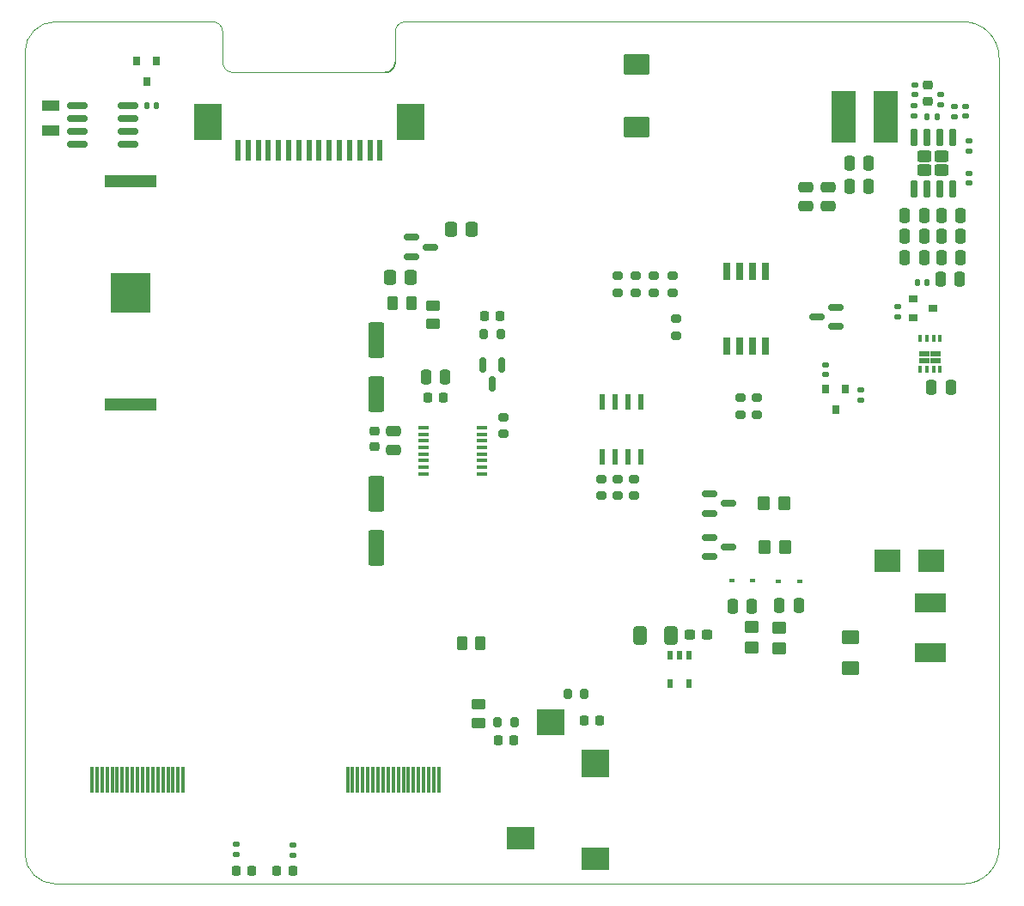
<source format=gtp>
G04 #@! TF.GenerationSoftware,KiCad,Pcbnew,(5.99.0-11120-g1d6ad4a52a)*
G04 #@! TF.CreationDate,2021-10-18T08:47:08+02:00*
G04 #@! TF.ProjectId,CarPiPowerHat,43617250-6950-46f7-9765-724861742e6b,0.2*
G04 #@! TF.SameCoordinates,Original*
G04 #@! TF.FileFunction,Paste,Top*
G04 #@! TF.FilePolarity,Positive*
%FSLAX46Y46*%
G04 Gerber Fmt 4.6, Leading zero omitted, Abs format (unit mm)*
G04 Created by KiCad (PCBNEW (5.99.0-11120-g1d6ad4a52a)) date 2021-10-18 08:47:08*
%MOMM*%
%LPD*%
G01*
G04 APERTURE LIST*
G04 Aperture macros list*
%AMRoundRect*
0 Rectangle with rounded corners*
0 $1 Rounding radius*
0 $2 $3 $4 $5 $6 $7 $8 $9 X,Y pos of 4 corners*
0 Add a 4 corners polygon primitive as box body*
4,1,4,$2,$3,$4,$5,$6,$7,$8,$9,$2,$3,0*
0 Add four circle primitives for the rounded corners*
1,1,$1+$1,$2,$3*
1,1,$1+$1,$4,$5*
1,1,$1+$1,$6,$7*
1,1,$1+$1,$8,$9*
0 Add four rect primitives between the rounded corners*
20,1,$1+$1,$2,$3,$4,$5,0*
20,1,$1+$1,$4,$5,$6,$7,0*
20,1,$1+$1,$6,$7,$8,$9,0*
20,1,$1+$1,$8,$9,$2,$3,0*%
G04 Aperture macros list end*
G04 #@! TA.AperFunction,Profile*
%ADD10C,0.100000*%
G04 #@! TD*
G04 #@! TA.AperFunction,Profile*
%ADD11C,0.150000*%
G04 #@! TD*
%ADD12RoundRect,0.135000X0.185000X-0.135000X0.185000X0.135000X-0.185000X0.135000X-0.185000X-0.135000X0*%
%ADD13RoundRect,0.200000X0.275000X-0.200000X0.275000X0.200000X-0.275000X0.200000X-0.275000X-0.200000X0*%
%ADD14R,0.600000X1.550000*%
%ADD15R,2.800000X2.600000*%
%ADD16R,2.800000X2.200000*%
%ADD17R,2.800000X2.800000*%
%ADD18R,0.600000X0.450000*%
%ADD19R,0.650000X1.700000*%
%ADD20RoundRect,0.225000X0.250000X-0.225000X0.250000X0.225000X-0.250000X0.225000X-0.250000X-0.225000X0*%
%ADD21RoundRect,0.250000X-0.262500X-0.450000X0.262500X-0.450000X0.262500X0.450000X-0.262500X0.450000X0*%
%ADD22RoundRect,0.250000X0.550000X-1.500000X0.550000X1.500000X-0.550000X1.500000X-0.550000X-1.500000X0*%
%ADD23RoundRect,0.140000X0.140000X0.170000X-0.140000X0.170000X-0.140000X-0.170000X0.140000X-0.170000X0*%
%ADD24R,0.800000X0.900000*%
%ADD25RoundRect,0.250000X0.337500X0.475000X-0.337500X0.475000X-0.337500X-0.475000X0.337500X-0.475000X0*%
%ADD26RoundRect,0.250001X0.624999X-0.462499X0.624999X0.462499X-0.624999X0.462499X-0.624999X-0.462499X0*%
%ADD27R,1.800000X1.000000*%
%ADD28RoundRect,0.140000X0.170000X-0.140000X0.170000X0.140000X-0.170000X0.140000X-0.170000X-0.140000X0*%
%ADD29R,0.600000X0.900000*%
%ADD30R,1.000000X0.400000*%
%ADD31RoundRect,0.250000X0.250000X0.475000X-0.250000X0.475000X-0.250000X-0.475000X0.250000X-0.475000X0*%
%ADD32RoundRect,0.250000X0.460000X-0.315000X0.460000X0.315000X-0.460000X0.315000X-0.460000X-0.315000X0*%
%ADD33RoundRect,0.150000X0.150000X-0.737500X0.150000X0.737500X-0.150000X0.737500X-0.150000X-0.737500X0*%
%ADD34RoundRect,0.135000X-0.185000X0.135000X-0.185000X-0.135000X0.185000X-0.135000X0.185000X0.135000X0*%
%ADD35RoundRect,0.250000X-0.250000X-0.475000X0.250000X-0.475000X0.250000X0.475000X-0.250000X0.475000X0*%
%ADD36RoundRect,0.250000X0.450000X-0.262500X0.450000X0.262500X-0.450000X0.262500X-0.450000X-0.262500X0*%
%ADD37RoundRect,0.150000X-0.587500X-0.150000X0.587500X-0.150000X0.587500X0.150000X-0.587500X0.150000X0*%
%ADD38RoundRect,0.225000X0.225000X0.250000X-0.225000X0.250000X-0.225000X-0.250000X0.225000X-0.250000X0*%
%ADD39RoundRect,0.225000X-0.225000X-0.250000X0.225000X-0.250000X0.225000X0.250000X-0.225000X0.250000X0*%
%ADD40RoundRect,0.200000X-0.275000X0.200000X-0.275000X-0.200000X0.275000X-0.200000X0.275000X0.200000X0*%
%ADD41RoundRect,0.150000X-0.825000X-0.150000X0.825000X-0.150000X0.825000X0.150000X-0.825000X0.150000X0*%
%ADD42R,5.080000X1.270000*%
%ADD43R,3.960000X3.960000*%
%ADD44RoundRect,0.250000X-0.475000X0.250000X-0.475000X-0.250000X0.475000X-0.250000X0.475000X0.250000X0*%
%ADD45RoundRect,0.140000X-0.170000X0.140000X-0.170000X-0.140000X0.170000X-0.140000X0.170000X0.140000X0*%
%ADD46R,0.900000X0.800000*%
%ADD47RoundRect,0.150000X0.587500X0.150000X-0.587500X0.150000X-0.587500X-0.150000X0.587500X-0.150000X0*%
%ADD48R,1.000000X0.600000*%
%ADD49R,0.420000X0.700000*%
%ADD50RoundRect,0.237500X-0.300000X-0.237500X0.300000X-0.237500X0.300000X0.237500X-0.300000X0.237500X0*%
%ADD51RoundRect,0.225000X-0.250000X0.225000X-0.250000X-0.225000X0.250000X-0.225000X0.250000X0.225000X0*%
%ADD52RoundRect,0.250000X-0.337500X-0.475000X0.337500X-0.475000X0.337500X0.475000X-0.337500X0.475000X0*%
%ADD53RoundRect,0.250000X-0.350000X-0.450000X0.350000X-0.450000X0.350000X0.450000X-0.350000X0.450000X0*%
%ADD54R,0.300000X2.600000*%
%ADD55RoundRect,0.250000X0.412500X0.650000X-0.412500X0.650000X-0.412500X-0.650000X0.412500X-0.650000X0*%
%ADD56RoundRect,0.250000X-0.450000X0.350000X-0.450000X-0.350000X0.450000X-0.350000X0.450000X0.350000X0*%
%ADD57RoundRect,0.140000X-0.140000X-0.170000X0.140000X-0.170000X0.140000X0.170000X-0.140000X0.170000X0*%
%ADD58RoundRect,0.218750X-0.218750X-0.256250X0.218750X-0.256250X0.218750X0.256250X-0.218750X0.256250X0*%
%ADD59R,3.150000X1.960000*%
%ADD60R,2.350000X5.100000*%
%ADD61RoundRect,0.250000X0.475000X-0.250000X0.475000X0.250000X-0.475000X0.250000X-0.475000X-0.250000X0*%
%ADD62RoundRect,0.250000X1.025000X-0.787500X1.025000X0.787500X-1.025000X0.787500X-1.025000X-0.787500X0*%
%ADD63RoundRect,0.200000X-0.200000X-0.275000X0.200000X-0.275000X0.200000X0.275000X-0.200000X0.275000X0*%
%ADD64R,2.500000X2.300000*%
%ADD65RoundRect,0.250000X-0.550000X1.500000X-0.550000X-1.500000X0.550000X-1.500000X0.550000X1.500000X0*%
%ADD66RoundRect,0.150000X-0.150000X0.587500X-0.150000X-0.587500X0.150000X-0.587500X0.150000X0.587500X0*%
%ADD67RoundRect,0.200000X0.200000X0.275000X-0.200000X0.275000X-0.200000X-0.275000X0.200000X-0.275000X0*%
%ADD68R,0.610000X2.000000*%
%ADD69R,2.680000X3.600000*%
G04 APERTURE END LIST*
D10*
X81000000Y-116500000D02*
X170500000Y-116500000D01*
X98499997Y-36500003D02*
G75*
G02*
X97500000Y-35500000I3J1000000D01*
G01*
X97500000Y-35500000D02*
X97500000Y-32500000D01*
X96500003Y-31499997D02*
G75*
G02*
X97500000Y-32500000I-3J-1000000D01*
G01*
X113500000Y-36500000D02*
X98500000Y-36500000D01*
X81000000Y-116500000D02*
G75*
G02*
X78005236Y-113500005I5236J2999995D01*
G01*
X78000000Y-34500000D02*
X78005236Y-113500005D01*
X115499997Y-31500003D02*
G75*
G03*
X114500000Y-32500000I0J-999997D01*
G01*
X96500000Y-31500000D02*
X81000000Y-31500000D01*
X173999998Y-34999998D02*
G75*
G03*
X170500000Y-31500000I-3499998J0D01*
G01*
X114500000Y-32500000D02*
X114500000Y-35500000D01*
X170500000Y-31500000D02*
X115500000Y-31500000D01*
X174000000Y-35000000D02*
X174000000Y-113000000D01*
X174000002Y-113000002D02*
G75*
G02*
X170500000Y-116500000I-3500000J2D01*
G01*
D11*
X113500000Y-36500000D02*
G75*
G03*
X114500000Y-35500000I0J1000000D01*
G01*
D10*
X78000000Y-34500000D02*
G75*
G02*
X81000000Y-31500000I3000000J0D01*
G01*
D12*
X168250035Y-39659990D03*
X168250035Y-38639990D03*
X165600035Y-40797000D03*
X165600035Y-39777000D03*
D13*
X136400000Y-78225000D03*
X136400000Y-76575000D03*
D14*
X138705000Y-69000000D03*
X137435000Y-69000000D03*
X136165000Y-69000000D03*
X134895000Y-69000000D03*
X134895000Y-74400000D03*
X136165000Y-74400000D03*
X137435000Y-74400000D03*
X138705000Y-74400000D03*
D13*
X134800000Y-78225000D03*
X134800000Y-76575000D03*
D12*
X98800035Y-113609990D03*
X98800035Y-112589990D03*
D15*
X129800035Y-100600000D03*
D16*
X126850035Y-112000000D03*
X134250035Y-114000000D03*
D17*
X134250035Y-104600000D03*
D18*
X147650035Y-86599990D03*
X149750035Y-86599990D03*
D19*
X147195035Y-63449990D03*
X148465035Y-63449990D03*
X149735035Y-63449990D03*
X151005035Y-63449990D03*
X151005035Y-56149990D03*
X149735035Y-56149990D03*
X148465035Y-56149990D03*
X147195035Y-56149990D03*
D20*
X112450000Y-73375000D03*
X112450000Y-71825000D03*
D21*
X121087500Y-92800000D03*
X122912500Y-92800000D03*
D22*
X112650000Y-68250000D03*
X112650000Y-62850000D03*
D23*
X166905000Y-57227000D03*
X165945000Y-57227000D03*
D24*
X90950035Y-35399990D03*
X89050035Y-35399990D03*
X90000035Y-37399990D03*
D25*
X116037535Y-56699990D03*
X113962535Y-56699990D03*
D26*
X159400035Y-95187490D03*
X159400035Y-92212490D03*
D27*
X80555000Y-42255000D03*
X80555000Y-39755000D03*
D28*
X171084400Y-47408100D03*
X171084400Y-46448100D03*
D29*
X143450035Y-93949990D03*
X142500035Y-93949990D03*
X141550035Y-93949990D03*
X141550035Y-96749990D03*
X143450035Y-96749990D03*
D30*
X123050000Y-76075000D03*
X123050000Y-75425000D03*
X123050000Y-74775000D03*
X123050000Y-74125000D03*
X123050000Y-73475000D03*
X123050000Y-72825000D03*
X123050000Y-72175000D03*
X123050000Y-71525000D03*
X117250000Y-71525000D03*
X117250000Y-72175000D03*
X117250000Y-72825000D03*
X117250000Y-73475000D03*
X117250000Y-74125000D03*
X117250000Y-74775000D03*
X117250000Y-75425000D03*
X117250000Y-76075000D03*
D31*
X166615000Y-54767000D03*
X164715000Y-54767000D03*
D32*
X166659400Y-44748100D03*
X168359400Y-44748100D03*
X168359400Y-46108100D03*
X166659400Y-46108100D03*
D33*
X165604400Y-47990600D03*
X166874400Y-47990600D03*
X168144400Y-47990600D03*
X169414400Y-47990600D03*
X169414400Y-42865600D03*
X168144400Y-42865600D03*
X166874400Y-42865600D03*
X165604400Y-42865600D03*
D34*
X169600000Y-39818100D03*
X169600000Y-40838100D03*
D35*
X152350000Y-89050000D03*
X154250000Y-89050000D03*
D36*
X118200000Y-61287500D03*
X118200000Y-59462500D03*
D37*
X116062535Y-52749990D03*
X116062535Y-54649990D03*
X117937535Y-53699990D03*
D35*
X167350035Y-67499990D03*
X169250035Y-67499990D03*
D38*
X126175035Y-102350000D03*
X124625035Y-102350000D03*
D39*
X133125035Y-100350000D03*
X134675035Y-100350000D03*
D21*
X114237500Y-59250000D03*
X116062500Y-59250000D03*
D28*
X156900035Y-66259990D03*
X156900035Y-65299990D03*
D13*
X138000000Y-78225000D03*
X138000000Y-76575000D03*
D23*
X167880035Y-40828100D03*
X166920035Y-40828100D03*
D40*
X150100035Y-68574990D03*
X150100035Y-70224990D03*
D34*
X164000035Y-59589990D03*
X164000035Y-60609990D03*
D41*
X83180000Y-39800000D03*
X83180000Y-41070000D03*
X83180000Y-42340000D03*
X83180000Y-43610000D03*
X88130000Y-43610000D03*
X88130000Y-42340000D03*
X88130000Y-41070000D03*
X88130000Y-39800000D03*
D39*
X123275000Y-60500000D03*
X124825000Y-60500000D03*
D31*
X166615000Y-52667000D03*
X164715000Y-52667000D03*
D35*
X168315000Y-52667000D03*
X170215000Y-52667000D03*
D42*
X88440000Y-47255000D03*
X88440000Y-69225000D03*
D43*
X88440000Y-58240000D03*
D44*
X157175000Y-47799990D03*
X157175000Y-49699990D03*
D13*
X125150000Y-72125000D03*
X125150000Y-70475000D03*
D45*
X170750000Y-39848100D03*
X170750000Y-40808100D03*
D37*
X145462535Y-82349990D03*
X145462535Y-84249990D03*
X147337535Y-83299990D03*
D46*
X165525000Y-60677000D03*
X167525000Y-59727000D03*
X165525000Y-58777000D03*
D47*
X157937535Y-61549990D03*
X157937535Y-59649990D03*
X156062535Y-60599990D03*
D34*
X104400035Y-112689990D03*
X104400035Y-113709990D03*
D48*
X167790000Y-64957000D03*
D49*
X167550000Y-65727000D03*
D48*
X166660000Y-64247000D03*
D49*
X168200000Y-65727000D03*
D48*
X167790000Y-64247000D03*
D49*
X166900000Y-65727000D03*
X166250000Y-65727000D03*
D48*
X166660000Y-64957000D03*
D49*
X168200000Y-62727000D03*
X167550000Y-62727000D03*
X166900000Y-62727000D03*
X166250000Y-62727000D03*
D35*
X168315000Y-50567000D03*
X170215000Y-50567000D03*
D40*
X142200035Y-60774990D03*
X142200035Y-62424990D03*
X141800035Y-56574990D03*
X141800035Y-58224990D03*
D50*
X143537500Y-91950000D03*
X145262500Y-91950000D03*
D51*
X166950035Y-37774990D03*
X166950035Y-39324990D03*
D28*
X165684400Y-38708100D03*
X165684400Y-37748100D03*
D40*
X148500035Y-68574990D03*
X148500035Y-70224990D03*
D52*
X119962535Y-51999990D03*
X122037535Y-51999990D03*
D31*
X149650035Y-89099990D03*
X147750035Y-89099990D03*
D53*
X150850035Y-78999990D03*
X152850035Y-78999990D03*
D54*
X93600035Y-106219990D03*
X93100035Y-106219990D03*
X92600035Y-106219990D03*
X92100035Y-106219990D03*
X91600035Y-106219990D03*
X91100035Y-106219990D03*
X90600035Y-106219990D03*
X90100035Y-106219990D03*
X89600035Y-106219990D03*
X89100035Y-106219990D03*
X88600035Y-106219990D03*
X88100035Y-106219990D03*
X87600035Y-106219990D03*
X87100035Y-106219990D03*
X86600035Y-106219990D03*
X86100035Y-106219990D03*
X85600035Y-106219990D03*
X85100035Y-106219990D03*
X84600035Y-106219990D03*
D55*
X141712500Y-92050000D03*
X138587500Y-92050000D03*
D37*
X145462535Y-78049990D03*
X145462535Y-79949990D03*
X147337535Y-78999990D03*
D53*
X150900035Y-83299990D03*
X152900035Y-83299990D03*
D40*
X140000035Y-56574990D03*
X140000035Y-58224990D03*
D24*
X158850035Y-67699990D03*
X156950035Y-67699990D03*
X157900035Y-69699990D03*
D56*
X149600035Y-91199990D03*
X149600035Y-93199990D03*
D57*
X90020035Y-39799990D03*
X90980035Y-39799990D03*
D58*
X98812535Y-115199990D03*
X100387535Y-115199990D03*
D59*
X167250000Y-93705000D03*
X167250000Y-88795000D03*
D60*
X162875035Y-40899990D03*
X158725035Y-40899990D03*
D54*
X118800035Y-106219990D03*
X118300035Y-106219990D03*
X117800035Y-106219990D03*
X117300035Y-106219990D03*
X116800035Y-106219990D03*
X116300035Y-106219990D03*
X115800035Y-106219990D03*
X115300035Y-106219990D03*
X114800035Y-106219990D03*
X114300035Y-106219990D03*
X113800035Y-106219990D03*
X113300035Y-106219990D03*
X112800035Y-106219990D03*
X112300035Y-106219990D03*
X111800035Y-106219990D03*
X111300035Y-106219990D03*
X110800035Y-106219990D03*
X110300035Y-106219990D03*
X109800035Y-106219990D03*
D18*
X154350000Y-86650000D03*
X152250000Y-86650000D03*
D13*
X136400035Y-58224990D03*
X136400035Y-56574990D03*
D61*
X114350000Y-73750000D03*
X114350000Y-71850000D03*
D40*
X138200035Y-56574990D03*
X138200035Y-58224990D03*
D62*
X138300035Y-41912490D03*
X138300035Y-35687490D03*
D44*
X154975000Y-47799990D03*
X154975000Y-49699990D03*
D35*
X168250000Y-56900000D03*
X170150000Y-56900000D03*
D63*
X131475035Y-97799990D03*
X133125035Y-97799990D03*
D64*
X167300000Y-84600000D03*
X163000000Y-84600000D03*
D39*
X117700000Y-68550000D03*
X119250000Y-68550000D03*
D36*
X122700035Y-100612490D03*
X122700035Y-98787490D03*
D56*
X152300000Y-91250000D03*
X152300000Y-93250000D03*
D31*
X166615000Y-50567000D03*
X164715000Y-50567000D03*
D35*
X117525000Y-66550000D03*
X119425000Y-66550000D03*
D34*
X171084400Y-43218100D03*
X171084400Y-44238100D03*
D65*
X112650035Y-77999990D03*
X112650035Y-83399990D03*
D35*
X159275000Y-47727000D03*
X161175000Y-47727000D03*
D66*
X125000000Y-65312500D03*
X123100000Y-65312500D03*
X124050000Y-67187500D03*
D35*
X168315000Y-54767000D03*
X170215000Y-54767000D03*
D67*
X123225000Y-62250000D03*
X124875000Y-62250000D03*
D45*
X160400070Y-67819980D03*
X160400070Y-68779980D03*
D63*
X124575035Y-100600000D03*
X126225035Y-100600000D03*
D58*
X102812535Y-115199990D03*
X104387535Y-115199990D03*
D35*
X159275000Y-45427000D03*
X161175000Y-45427000D03*
D68*
X113000000Y-44200000D03*
X112000000Y-44200000D03*
X111000000Y-44200000D03*
X110000000Y-44200000D03*
X109000000Y-44200000D03*
X108000000Y-44200000D03*
X107000000Y-44200000D03*
X106000000Y-44200000D03*
X105000000Y-44200000D03*
X104000000Y-44200000D03*
X103000000Y-44200000D03*
X102000000Y-44200000D03*
X101000000Y-44200000D03*
X100000000Y-44200000D03*
X99000000Y-44200000D03*
D69*
X115990000Y-41400000D03*
X96010000Y-41400000D03*
M02*

</source>
